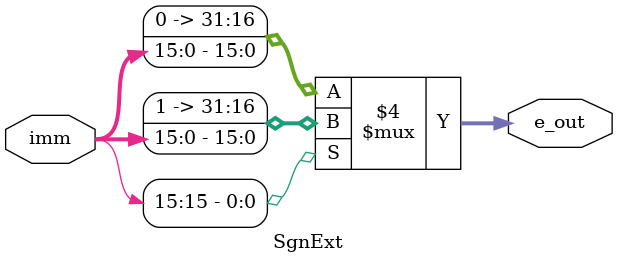
<source format=v>
module SgnExt(imm, e_out);
    input [15:0] imm;
    output reg [31:0] e_out;
    
    always @(*) begin
        if (imm[15] == 0) begin
            e_out <= {16'h0000, imm};
        end
        else begin
            e_out <= {16'hFFFF, imm};
        end
    end
endmodule

</source>
